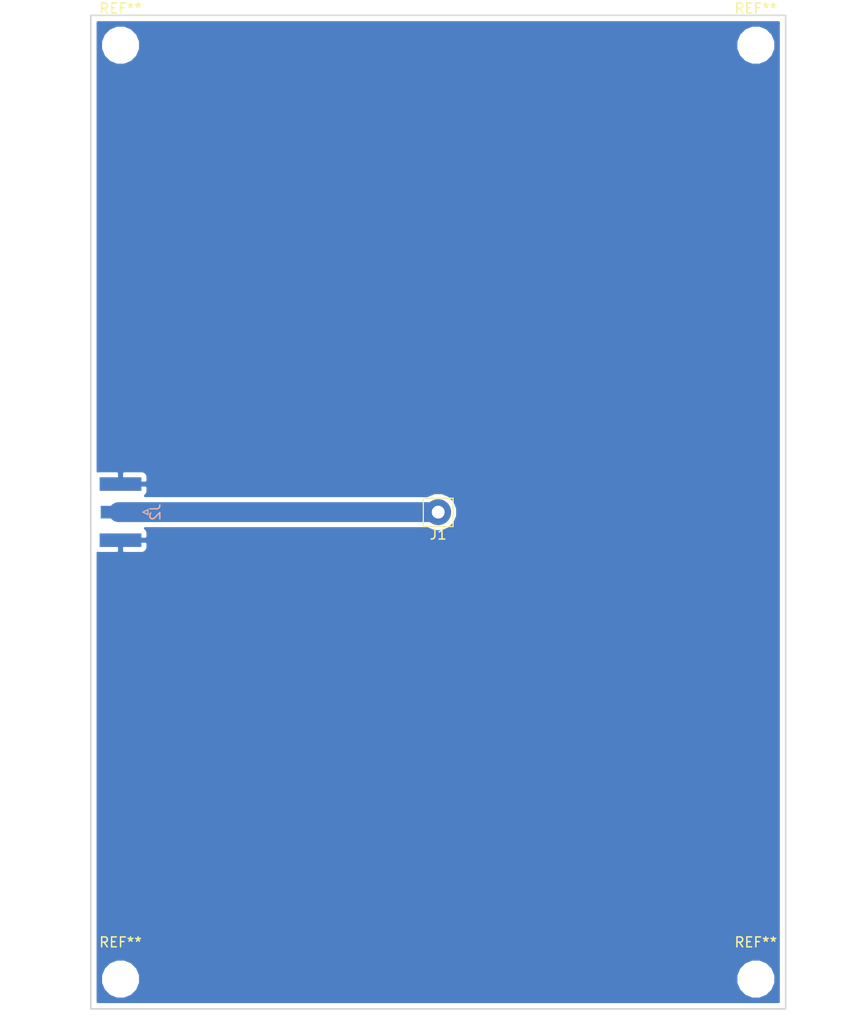
<source format=kicad_pcb>
(kicad_pcb (version 20171130) (host pcbnew 5.0.2+dfsg1-1)

  (general
    (thickness 1.6)
    (drawings 4)
    (tracks 1)
    (zones 0)
    (modules 6)
    (nets 3)
  )

  (page A4)
  (layers
    (0 F.Cu signal)
    (31 B.Cu signal)
    (32 B.Adhes user)
    (33 F.Adhes user)
    (34 B.Paste user)
    (35 F.Paste user)
    (36 B.SilkS user)
    (37 F.SilkS user)
    (38 B.Mask user)
    (39 F.Mask user)
    (40 Dwgs.User user)
    (41 Cmts.User user)
    (42 Eco1.User user)
    (43 Eco2.User user)
    (44 Edge.Cuts user)
    (45 Margin user)
    (46 B.CrtYd user)
    (47 F.CrtYd user)
    (48 B.Fab user)
    (49 F.Fab user)
  )

  (setup
    (last_trace_width 2)
    (trace_clearance 0.4)
    (zone_clearance 0.508)
    (zone_45_only no)
    (trace_min 0.2)
    (segment_width 0.2)
    (edge_width 0.15)
    (via_size 0.8)
    (via_drill 0.4)
    (via_min_size 0.4)
    (via_min_drill 0.3)
    (uvia_size 0.3)
    (uvia_drill 0.1)
    (uvias_allowed no)
    (uvia_min_size 0.2)
    (uvia_min_drill 0.1)
    (pcb_text_width 0.3)
    (pcb_text_size 1.5 1.5)
    (mod_edge_width 0.15)
    (mod_text_size 1 1)
    (mod_text_width 0.15)
    (pad_size 1.524 1.524)
    (pad_drill 0.762)
    (pad_to_mask_clearance 0.051)
    (solder_mask_min_width 0.25)
    (aux_axis_origin 59 41)
    (grid_origin 59 41)
    (visible_elements FFFFFF7F)
    (pcbplotparams
      (layerselection 0x00000_fffffffe)
      (usegerberextensions false)
      (usegerberattributes false)
      (usegerberadvancedattributes false)
      (creategerberjobfile false)
      (excludeedgelayer true)
      (linewidth 0.100000)
      (plotframeref false)
      (viasonmask false)
      (mode 1)
      (useauxorigin true)
      (hpglpennumber 1)
      (hpglpenspeed 20)
      (hpglpendiameter 15.000000)
      (psnegative false)
      (psa4output false)
      (plotreference true)
      (plotvalue true)
      (plotinvisibletext false)
      (padsonsilk false)
      (subtractmaskfromsilk false)
      (outputformat 1)
      (mirror false)
      (drillshape 0)
      (scaleselection 1)
      (outputdirectory "Gerber/"))
  )

  (net 0 "")
  (net 1 "Net-(J1-Pad1)")
  (net 2 GND)

  (net_class Default "Ceci est la Netclass par défaut."
    (clearance 0.4)
    (trace_width 2)
    (via_dia 0.8)
    (via_drill 0.4)
    (uvia_dia 0.3)
    (uvia_drill 0.1)
    (add_net GND)
    (add_net "Net-(J1-Pad1)")
  )

  (module Connector_Coaxial:SMA_Samtec_SMA-J-P-H-ST-EM1_EdgeMount (layer B.Cu) (tedit 5BA382C0) (tstamp 5E3E5F1C)
    (at 62 91 180)
    (descr http://suddendocs.samtec.com/prints/sma-j-p-x-st-em1-mkt.pdf)
    (tags SMA)
    (path /5E31D99C)
    (attr smd)
    (fp_text reference J2 (at -3.5 0 90) (layer B.SilkS)
      (effects (font (size 1 1) (thickness 0.15)) (justify mirror))
    )
    (fp_text value Conn_Coaxial (at 5 -5.9 180) (layer B.Fab)
      (effects (font (size 1 1) (thickness 0.15)) (justify mirror))
    )
    (fp_line (start -2.76 -0.25) (end -2.26 0) (layer B.SilkS) (width 0.12))
    (fp_line (start -2.76 0.25) (end -2.76 -0.25) (layer B.SilkS) (width 0.12))
    (fp_line (start -2.26 0) (end -2.76 0.25) (layer B.SilkS) (width 0.12))
    (fp_line (start 3.1 0) (end 2.1 -0.75) (layer B.Fab) (width 0.1))
    (fp_line (start 2.1 0.75) (end 3.1 0) (layer B.Fab) (width 0.1))
    (fp_text user %R (at 4.79 0 270) (layer B.Fab)
      (effects (font (size 1 1) (thickness 0.15)) (justify mirror))
    )
    (fp_line (start 3 4) (end -2.6 4) (layer B.CrtYd) (width 0.05))
    (fp_line (start 12.12 4.5) (end 12.12 -4.5) (layer B.CrtYd) (width 0.05))
    (fp_line (start 3 -4) (end -2.6 -4) (layer B.CrtYd) (width 0.05))
    (fp_line (start -2.6 -4) (end -2.6 4) (layer B.CrtYd) (width 0.05))
    (fp_line (start 3 4) (end -2.6 4) (layer F.CrtYd) (width 0.05))
    (fp_line (start 12.12 4.5) (end 12.12 -4.5) (layer F.CrtYd) (width 0.05))
    (fp_line (start 3 -4) (end -2.6 -4) (layer F.CrtYd) (width 0.05))
    (fp_line (start -2.6 -4) (end -2.6 4) (layer F.CrtYd) (width 0.05))
    (fp_line (start 11.62 3.165) (end 11.62 -3.165) (layer B.Fab) (width 0.1))
    (fp_line (start -1.71 3.175) (end 11.62 3.175) (layer B.Fab) (width 0.1))
    (fp_line (start -1.71 3.175) (end -1.71 2.365) (layer B.Fab) (width 0.1))
    (fp_line (start -1.71 2.365) (end 2.1 2.365) (layer B.Fab) (width 0.1))
    (fp_line (start 2.1 2.365) (end 2.1 -2.365) (layer B.Fab) (width 0.1))
    (fp_line (start 2.1 -2.365) (end -1.71 -2.365) (layer B.Fab) (width 0.1))
    (fp_line (start -1.71 -2.365) (end -1.71 -3.175) (layer B.Fab) (width 0.1))
    (fp_line (start -1.71 -3.175) (end 11.62 -3.175) (layer B.Fab) (width 0.1))
    (fp_line (start 12.12 -4.5) (end 3 -4.5) (layer B.CrtYd) (width 0.05))
    (fp_line (start 3 -4.5) (end 3 -4) (layer B.CrtYd) (width 0.05))
    (fp_line (start 12.12 4.5) (end 3 4.5) (layer B.CrtYd) (width 0.05))
    (fp_line (start 3 4.5) (end 3 4) (layer B.CrtYd) (width 0.05))
    (fp_line (start 12.12 4.5) (end 3 4.5) (layer F.CrtYd) (width 0.05))
    (fp_line (start 3 4.5) (end 3 4) (layer F.CrtYd) (width 0.05))
    (fp_line (start 12.12 -4.5) (end 3 -4.5) (layer F.CrtYd) (width 0.05))
    (fp_line (start 3 -4.5) (end 3 -4) (layer F.CrtYd) (width 0.05))
    (fp_line (start 2.1 3.5) (end 2.1 -3.5) (layer Dwgs.User) (width 0.1))
    (fp_text user "PCB Edge" (at 2.6 0 90) (layer Dwgs.User)
      (effects (font (size 0.5 0.5) (thickness 0.1)))
    )
    (pad 2 smd rect (at 0 -2.825 90) (size 1.35 4.2) (layers F.Cu F.Paste F.Mask)
      (net 2 GND))
    (pad 2 smd rect (at 0 2.825 90) (size 1.35 4.2) (layers F.Cu F.Paste F.Mask)
      (net 2 GND))
    (pad 2 smd rect (at 0 -2.825 90) (size 1.35 4.2) (layers B.Cu B.Paste B.Mask)
      (net 2 GND))
    (pad 2 smd rect (at 0 2.825 90) (size 1.35 4.2) (layers B.Cu B.Paste B.Mask)
      (net 2 GND))
    (pad 1 smd rect (at 0.2 0 90) (size 1.27 3.6) (layers B.Cu B.Paste B.Mask)
      (net 1 "Net-(J1-Pad1)"))
    (model ${KISYS3DMOD}/Connector_Coaxial.3dshapes/SMA_Samtec_SMA-J-P-H-ST-EM1_EdgeMount.wrl
      (at (xyz 0 0 0))
      (scale (xyz 1 1 1))
      (rotate (xyz 0 0 0))
    )
  )

  (module Connector_Pin:Pin_D1.4mm_L8.5mm_W2.8mm_FlatFork (layer F.Cu) (tedit 5A1DC085) (tstamp 5E3F6D3B)
    (at 94 91)
    (descr "solder Pin_ with flat with fork, hole diameter 1.4mm, length 8.5mm, width 2.8mm, e.g. Ettinger 13.13.890, https://katalog.ettinger.de/#p=434")
    (tags "solder Pin_ with flat fork")
    (path /5E31DAEE)
    (fp_text reference J1 (at 0 2.25) (layer F.SilkS)
      (effects (font (size 1 1) (thickness 0.15)))
    )
    (fp_text value Conn_01x01_Male (at 0 -2.05) (layer F.Fab)
      (effects (font (size 1 1) (thickness 0.15)))
    )
    (fp_text user %R (at 0 2.25) (layer F.Fab)
      (effects (font (size 1 1) (thickness 0.15)))
    )
    (fp_line (start 1.4 0.25) (end -1.4 0.25) (layer F.Fab) (width 0.12))
    (fp_line (start -1.4 -0.25) (end 1.4 -0.25) (layer F.Fab) (width 0.12))
    (fp_line (start -1.5 -1.4) (end 1.5 -1.4) (layer F.SilkS) (width 0.12))
    (fp_line (start 1.5 -1.4) (end 1.5 1.45) (layer F.SilkS) (width 0.12))
    (fp_line (start -1.5 -1.4) (end -1.5 1.45) (layer F.SilkS) (width 0.12))
    (fp_line (start -1.5 1.45) (end 1.5 1.45) (layer F.SilkS) (width 0.12))
    (fp_line (start 1.4 -0.25) (end 1.4 0.25) (layer F.Fab) (width 0.12))
    (fp_line (start -1.4 0.25) (end -1.4 -0.25) (layer F.Fab) (width 0.12))
    (fp_line (start -1.9 -1.8) (end 1.9 -1.8) (layer F.CrtYd) (width 0.05))
    (fp_line (start -1.9 -1.8) (end -1.9 1.8) (layer F.CrtYd) (width 0.05))
    (fp_line (start 1.9 1.8) (end 1.9 -1.8) (layer F.CrtYd) (width 0.05))
    (fp_line (start 1.9 1.8) (end -1.9 1.8) (layer F.CrtYd) (width 0.05))
    (pad 1 thru_hole circle (at 0 0) (size 2.6 2.6) (drill 1.3) (layers *.Cu *.Mask)
      (net 1 "Net-(J1-Pad1)"))
    (model ${KISYS3DMOD}/Connector_Pin.3dshapes/Pin_D1.4mm_L8.5mm_W2.8mm_FlatFork.wrl
      (at (xyz 0 0 0))
      (scale (xyz 1 1 1))
      (rotate (xyz 0 0 0))
    )
  )

  (module MountingHole:MountingHole_2.7mm_M2.5 (layer F.Cu) (tedit 56D1B4CB) (tstamp 5E4AD2EB)
    (at 62 44)
    (descr "Mounting Hole 2.7mm, no annular, M2.5")
    (tags "mounting hole 2.7mm no annular m2.5")
    (attr virtual)
    (fp_text reference REF** (at 0 -3.7) (layer F.SilkS)
      (effects (font (size 1 1) (thickness 0.15)))
    )
    (fp_text value MountingHole_2.7mm_M2.5 (at 0 3.7) (layer F.Fab)
      (effects (font (size 1 1) (thickness 0.15)))
    )
    (fp_circle (center 0 0) (end 2.95 0) (layer F.CrtYd) (width 0.05))
    (fp_circle (center 0 0) (end 2.7 0) (layer Cmts.User) (width 0.15))
    (fp_text user %R (at 0.3 0) (layer F.Fab)
      (effects (font (size 1 1) (thickness 0.15)))
    )
    (pad 1 np_thru_hole circle (at 0 0) (size 2.7 2.7) (drill 2.7) (layers *.Cu *.Mask))
  )

  (module MountingHole:MountingHole_2.7mm_M2.5 (layer F.Cu) (tedit 56D1B4CB) (tstamp 5E4AD2FA)
    (at 126 44)
    (descr "Mounting Hole 2.7mm, no annular, M2.5")
    (tags "mounting hole 2.7mm no annular m2.5")
    (attr virtual)
    (fp_text reference REF** (at 0 -3.7) (layer F.SilkS)
      (effects (font (size 1 1) (thickness 0.15)))
    )
    (fp_text value MountingHole_2.7mm_M2.5 (at 0 3.7) (layer F.Fab)
      (effects (font (size 1 1) (thickness 0.15)))
    )
    (fp_circle (center 0 0) (end 2.95 0) (layer F.CrtYd) (width 0.05))
    (fp_circle (center 0 0) (end 2.7 0) (layer Cmts.User) (width 0.15))
    (fp_text user %R (at 0.3 0) (layer F.Fab)
      (effects (font (size 1 1) (thickness 0.15)))
    )
    (pad 1 np_thru_hole circle (at 0 0) (size 2.7 2.7) (drill 2.7) (layers *.Cu *.Mask))
  )

  (module MountingHole:MountingHole_2.7mm_M2.5 (layer F.Cu) (tedit 56D1B4CB) (tstamp 5E4AD309)
    (at 62 138)
    (descr "Mounting Hole 2.7mm, no annular, M2.5")
    (tags "mounting hole 2.7mm no annular m2.5")
    (attr virtual)
    (fp_text reference REF** (at 0 -3.7) (layer F.SilkS)
      (effects (font (size 1 1) (thickness 0.15)))
    )
    (fp_text value MountingHole_2.7mm_M2.5 (at 0 3.7) (layer F.Fab)
      (effects (font (size 1 1) (thickness 0.15)))
    )
    (fp_circle (center 0 0) (end 2.95 0) (layer F.CrtYd) (width 0.05))
    (fp_circle (center 0 0) (end 2.7 0) (layer Cmts.User) (width 0.15))
    (fp_text user %R (at 0.3 0) (layer F.Fab)
      (effects (font (size 1 1) (thickness 0.15)))
    )
    (pad 1 np_thru_hole circle (at 0 0) (size 2.7 2.7) (drill 2.7) (layers *.Cu *.Mask))
  )

  (module MountingHole:MountingHole_2.7mm_M2.5 (layer F.Cu) (tedit 56D1B4CB) (tstamp 5E4AD318)
    (at 126 138)
    (descr "Mounting Hole 2.7mm, no annular, M2.5")
    (tags "mounting hole 2.7mm no annular m2.5")
    (attr virtual)
    (fp_text reference REF** (at 0 -3.7) (layer F.SilkS)
      (effects (font (size 1 1) (thickness 0.15)))
    )
    (fp_text value MountingHole_2.7mm_M2.5 (at 0 3.7) (layer F.Fab)
      (effects (font (size 1 1) (thickness 0.15)))
    )
    (fp_circle (center 0 0) (end 2.95 0) (layer F.CrtYd) (width 0.05))
    (fp_circle (center 0 0) (end 2.7 0) (layer Cmts.User) (width 0.15))
    (fp_text user %R (at 0.3 0) (layer F.Fab)
      (effects (font (size 1 1) (thickness 0.15)))
    )
    (pad 1 np_thru_hole circle (at 0 0) (size 2.7 2.7) (drill 2.7) (layers *.Cu *.Mask))
  )

  (gr_line (start 59 141) (end 59 41) (layer Edge.Cuts) (width 0.15))
  (gr_line (start 129 141) (end 59 141) (layer Edge.Cuts) (width 0.15))
  (gr_line (start 129 41) (end 129 141) (layer Edge.Cuts) (width 0.15))
  (gr_line (start 59 41) (end 129 41) (layer Edge.Cuts) (width 0.15))

  (segment (start 94 91) (end 61.8 91) (width 2) (layer B.Cu) (net 1))

  (zone (net 2) (net_name GND) (layer B.Cu) (tstamp 5E4AD34A) (hatch edge 0.508)
    (connect_pads (clearance 0.508))
    (min_thickness 0.254)
    (fill yes (arc_segments 16) (thermal_gap 0.508) (thermal_bridge_width 0.508))
    (polygon
      (pts
        (xy 59 141) (xy 59 41) (xy 129 41) (xy 129 141)
      )
    )
    (filled_polygon
      (pts
        (xy 128.290001 140.29) (xy 59.71 140.29) (xy 59.71 137.605159) (xy 60.015 137.605159) (xy 60.015 138.394841)
        (xy 60.317199 139.124412) (xy 60.875588 139.682801) (xy 61.605159 139.985) (xy 62.394841 139.985) (xy 63.124412 139.682801)
        (xy 63.682801 139.124412) (xy 63.985 138.394841) (xy 63.985 137.605159) (xy 124.015 137.605159) (xy 124.015 138.394841)
        (xy 124.317199 139.124412) (xy 124.875588 139.682801) (xy 125.605159 139.985) (xy 126.394841 139.985) (xy 127.124412 139.682801)
        (xy 127.682801 139.124412) (xy 127.985 138.394841) (xy 127.985 137.605159) (xy 127.682801 136.875588) (xy 127.124412 136.317199)
        (xy 126.394841 136.015) (xy 125.605159 136.015) (xy 124.875588 136.317199) (xy 124.317199 136.875588) (xy 124.015 137.605159)
        (xy 63.985 137.605159) (xy 63.682801 136.875588) (xy 63.124412 136.317199) (xy 62.394841 136.015) (xy 61.605159 136.015)
        (xy 60.875588 136.317199) (xy 60.317199 136.875588) (xy 60.015 137.605159) (xy 59.71 137.605159) (xy 59.71 95.108619)
        (xy 59.77369 95.135) (xy 61.71425 95.135) (xy 61.873 94.97625) (xy 61.873 93.952) (xy 62.127 93.952)
        (xy 62.127 94.97625) (xy 62.28575 95.135) (xy 64.22631 95.135) (xy 64.459699 95.038327) (xy 64.638327 94.859698)
        (xy 64.735 94.626309) (xy 64.735 94.11075) (xy 64.57625 93.952) (xy 62.127 93.952) (xy 61.873 93.952)
        (xy 61.853 93.952) (xy 61.853 93.698) (xy 61.873 93.698) (xy 61.873 93.678) (xy 62.127 93.678)
        (xy 62.127 93.698) (xy 64.57625 93.698) (xy 64.735 93.53925) (xy 64.735 93.023691) (xy 64.638327 92.790302)
        (xy 64.483026 92.635) (xy 92.898496 92.635) (xy 92.90391 92.640414) (xy 93.615105 92.935) (xy 94.384895 92.935)
        (xy 95.09609 92.640414) (xy 95.640414 92.09609) (xy 95.935 91.384895) (xy 95.935 90.615105) (xy 95.640414 89.90391)
        (xy 95.09609 89.359586) (xy 94.384895 89.065) (xy 93.615105 89.065) (xy 92.90391 89.359586) (xy 92.898496 89.365)
        (xy 64.483026 89.365) (xy 64.638327 89.209698) (xy 64.735 88.976309) (xy 64.735 88.46075) (xy 64.57625 88.302)
        (xy 62.127 88.302) (xy 62.127 88.322) (xy 61.873 88.322) (xy 61.873 88.302) (xy 61.853 88.302)
        (xy 61.853 88.048) (xy 61.873 88.048) (xy 61.873 87.02375) (xy 62.127 87.02375) (xy 62.127 88.048)
        (xy 64.57625 88.048) (xy 64.735 87.88925) (xy 64.735 87.373691) (xy 64.638327 87.140302) (xy 64.459699 86.961673)
        (xy 64.22631 86.865) (xy 62.28575 86.865) (xy 62.127 87.02375) (xy 61.873 87.02375) (xy 61.71425 86.865)
        (xy 59.77369 86.865) (xy 59.71 86.891381) (xy 59.71 43.605159) (xy 60.015 43.605159) (xy 60.015 44.394841)
        (xy 60.317199 45.124412) (xy 60.875588 45.682801) (xy 61.605159 45.985) (xy 62.394841 45.985) (xy 63.124412 45.682801)
        (xy 63.682801 45.124412) (xy 63.985 44.394841) (xy 63.985 43.605159) (xy 124.015 43.605159) (xy 124.015 44.394841)
        (xy 124.317199 45.124412) (xy 124.875588 45.682801) (xy 125.605159 45.985) (xy 126.394841 45.985) (xy 127.124412 45.682801)
        (xy 127.682801 45.124412) (xy 127.985 44.394841) (xy 127.985 43.605159) (xy 127.682801 42.875588) (xy 127.124412 42.317199)
        (xy 126.394841 42.015) (xy 125.605159 42.015) (xy 124.875588 42.317199) (xy 124.317199 42.875588) (xy 124.015 43.605159)
        (xy 63.985 43.605159) (xy 63.682801 42.875588) (xy 63.124412 42.317199) (xy 62.394841 42.015) (xy 61.605159 42.015)
        (xy 60.875588 42.317199) (xy 60.317199 42.875588) (xy 60.015 43.605159) (xy 59.71 43.605159) (xy 59.71 41.71)
        (xy 128.29 41.71)
      )
    )
  )
)

</source>
